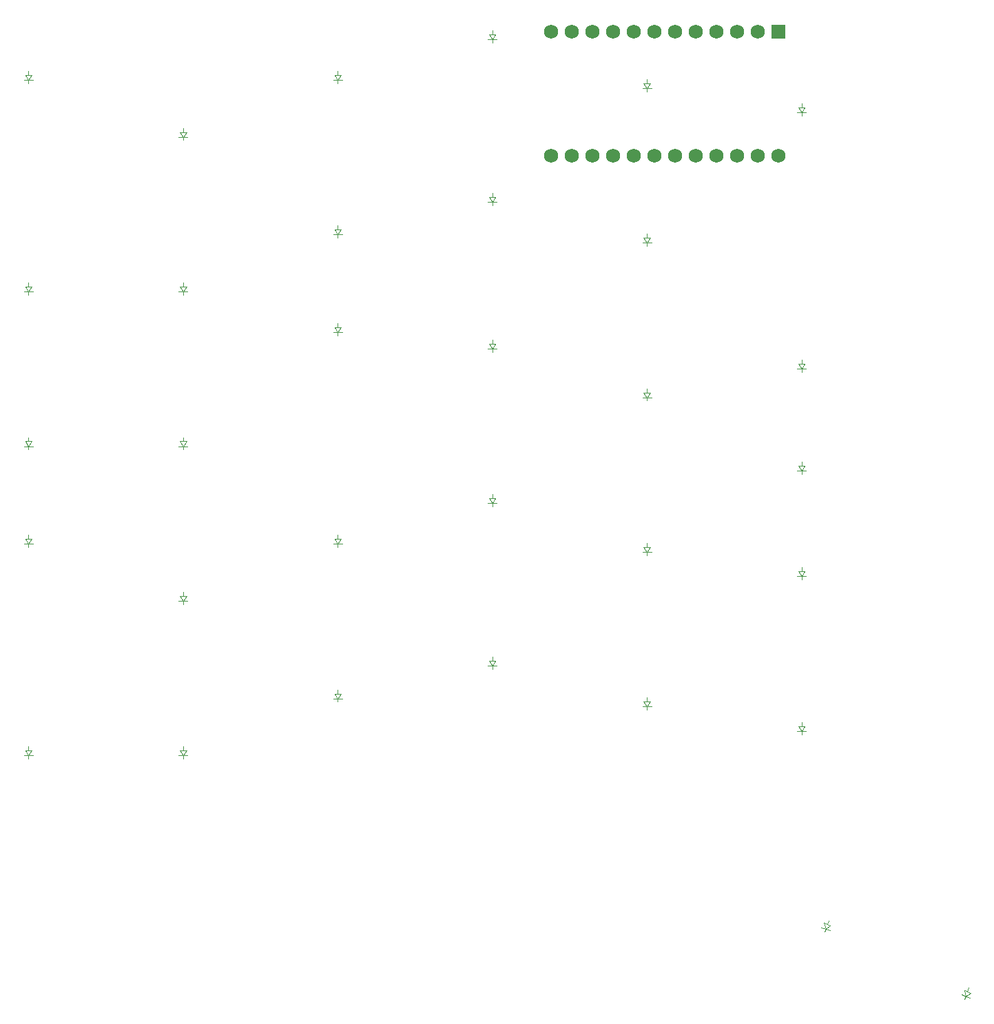
<source format=gbo>
%TF.GenerationSoftware,KiCad,Pcbnew,9.0.6*%
%TF.CreationDate,2025-11-12T16:56:55+01:00*%
%TF.ProjectId,left_finished,6c656674-5f66-4696-9e69-736865642e6b,1*%
%TF.SameCoordinates,Original*%
%TF.FileFunction,Legend,Bot*%
%TF.FilePolarity,Positive*%
%FSLAX46Y46*%
G04 Gerber Fmt 4.6, Leading zero omitted, Abs format (unit mm)*
G04 Created by KiCad (PCBNEW 9.0.6) date 2025-11-12 16:56:55*
%MOMM*%
%LPD*%
G01*
G04 APERTURE LIST*
%ADD10C,0.100000*%
%ADD11R,1.752600X1.752600*%
%ADD12C,1.752600*%
G04 APERTURE END LIST*
D10*
%TO.C,D18*%
X242012050Y-143382250D02*
X242812050Y-143382250D01*
X242412050Y-143382250D02*
X242412050Y-142882250D01*
X242412050Y-143982250D02*
X241862050Y-143982250D01*
X242412050Y-143982250D02*
X242012050Y-143382250D01*
X242412050Y-143982250D02*
X242962050Y-143982250D01*
X242412050Y-144382250D02*
X242412050Y-143982250D01*
X242812050Y-143382250D02*
X242412050Y-143982250D01*
%TO.C,D1*%
X166012050Y-187382250D02*
X166812050Y-187382250D01*
X166412050Y-187382250D02*
X166412050Y-186882250D01*
X166412050Y-187982250D02*
X165862050Y-187982250D01*
X166412050Y-187982250D02*
X166012050Y-187382250D01*
X166412050Y-187982250D02*
X166962050Y-187982250D01*
X166412050Y-188382250D02*
X166412050Y-187982250D01*
X166812050Y-187382250D02*
X166412050Y-187982250D01*
%TO.C,D11*%
X204012050Y-123382250D02*
X204812050Y-123382250D01*
X204412050Y-123382250D02*
X204412050Y-122882250D01*
X204412050Y-123982250D02*
X203862050Y-123982250D01*
X204412050Y-123982250D02*
X204012050Y-123382250D01*
X204412050Y-123982250D02*
X204962050Y-123982250D01*
X204412050Y-124382250D02*
X204412050Y-123982250D01*
X204812050Y-123382250D02*
X204412050Y-123982250D01*
%TO.C,D24*%
X261012050Y-139882250D02*
X261812050Y-139882250D01*
X261412050Y-139882250D02*
X261412050Y-139382250D01*
X261412050Y-140482250D02*
X260862050Y-140482250D01*
X261412050Y-140482250D02*
X261012050Y-139882250D01*
X261412050Y-140482250D02*
X261962050Y-140482250D01*
X261412050Y-140882250D02*
X261412050Y-140482250D01*
X261812050Y-139882250D02*
X261412050Y-140482250D01*
%TO.C,D16*%
X242012050Y-181382250D02*
X242812050Y-181382250D01*
X242412050Y-181382250D02*
X242412050Y-180882250D01*
X242412050Y-181982250D02*
X241862050Y-181982250D01*
X242412050Y-181982250D02*
X242012050Y-181382250D01*
X242412050Y-181982250D02*
X242962050Y-181982250D01*
X242412050Y-182382250D02*
X242412050Y-181982250D01*
X242812050Y-181382250D02*
X242412050Y-181982250D01*
%TO.C,D25*%
X261012050Y-152382250D02*
X261812050Y-152382250D01*
X261412050Y-152382250D02*
X261412050Y-151882250D01*
X261412050Y-152982250D02*
X260862050Y-152982250D01*
X261412050Y-152982250D02*
X261012050Y-152382250D01*
X261412050Y-152982250D02*
X261962050Y-152982250D01*
X261412050Y-153382250D02*
X261412050Y-152982250D01*
X261812050Y-152382250D02*
X261412050Y-152982250D01*
%TO.C,D6*%
X185012050Y-149382250D02*
X185812050Y-149382250D01*
X185412050Y-149382250D02*
X185412050Y-148882250D01*
X185412050Y-149982250D02*
X184862050Y-149982250D01*
X185412050Y-149982250D02*
X185012050Y-149382250D01*
X185412050Y-149982250D02*
X185962050Y-149982250D01*
X185412050Y-150382250D02*
X185412050Y-149982250D01*
X185812050Y-149382250D02*
X185412050Y-149982250D01*
%TO.C,D14*%
X223012050Y-137382250D02*
X223812050Y-137382250D01*
X223412050Y-137382250D02*
X223412050Y-136882250D01*
X223412050Y-137982250D02*
X222862050Y-137982250D01*
X223412050Y-137982250D02*
X223012050Y-137382250D01*
X223412050Y-137982250D02*
X223962050Y-137982250D01*
X223412050Y-138382250D02*
X223412050Y-137982250D01*
X223812050Y-137382250D02*
X223412050Y-137982250D01*
%TO.C,D13*%
X223012050Y-156382250D02*
X223812050Y-156382250D01*
X223412050Y-156382250D02*
X223412050Y-155882250D01*
X223412050Y-156982250D02*
X222862050Y-156982250D01*
X223412050Y-156982250D02*
X223012050Y-156382250D01*
X223412050Y-156982250D02*
X223962050Y-156982250D01*
X223412050Y-157382250D02*
X223412050Y-156982250D01*
X223812050Y-156382250D02*
X223412050Y-156982250D01*
%TO.C,D3*%
X166012050Y-130382250D02*
X166812050Y-130382250D01*
X166412050Y-130382250D02*
X166412050Y-129882250D01*
X166412050Y-130982250D02*
X165862050Y-130982250D01*
X166412050Y-130982250D02*
X166012050Y-130382250D01*
X166412050Y-130982250D02*
X166962050Y-130982250D01*
X166412050Y-131382250D02*
X166412050Y-130982250D01*
X166812050Y-130382250D02*
X166412050Y-130982250D01*
%TO.C,D20*%
X242012050Y-105382250D02*
X242812050Y-105382250D01*
X242412050Y-105382250D02*
X242412050Y-104882250D01*
X242412050Y-105982250D02*
X241862050Y-105982250D01*
X242412050Y-105982250D02*
X242012050Y-105382250D01*
X242412050Y-105982250D02*
X242962050Y-105982250D01*
X242412050Y-106382250D02*
X242412050Y-105982250D01*
X242812050Y-105382250D02*
X242412050Y-105982250D01*
%TO.C,D28*%
X204012050Y-135382250D02*
X204812050Y-135382250D01*
X204412050Y-135382250D02*
X204412050Y-134882250D01*
X204412050Y-135982250D02*
X203862050Y-135982250D01*
X204412050Y-135982250D02*
X204012050Y-135382250D01*
X204412050Y-135982250D02*
X204962050Y-135982250D01*
X204412050Y-136382250D02*
X204412050Y-135982250D01*
X204812050Y-135382250D02*
X204412050Y-135982250D01*
%TO.C,D10*%
X204012050Y-161382250D02*
X204812050Y-161382250D01*
X204412050Y-161382250D02*
X204412050Y-160882250D01*
X204412050Y-161982250D02*
X203862050Y-161982250D01*
X204412050Y-161982250D02*
X204012050Y-161382250D01*
X204412050Y-161982250D02*
X204962050Y-161982250D01*
X204412050Y-162382250D02*
X204412050Y-161982250D01*
X204812050Y-161382250D02*
X204412050Y-161982250D01*
%TO.C,D8*%
X185012050Y-111382250D02*
X185812050Y-111382250D01*
X185412050Y-111382250D02*
X185412050Y-110882250D01*
X185412050Y-111982250D02*
X184862050Y-111982250D01*
X185412050Y-111982250D02*
X185012050Y-111382250D01*
X185412050Y-111982250D02*
X185962050Y-111982250D01*
X185412050Y-112382250D02*
X185412050Y-111982250D01*
X185812050Y-111382250D02*
X185412050Y-111982250D01*
%TO.C,D31*%
X264204210Y-208567200D02*
X264955964Y-208840816D01*
X264238067Y-209643700D02*
X264374875Y-209267823D01*
X264374875Y-209267823D02*
X263858044Y-209079712D01*
X264374875Y-209267823D02*
X264204210Y-208567200D01*
X264374875Y-209267823D02*
X264891706Y-209455934D01*
X264580087Y-208704008D02*
X264751097Y-208234162D01*
X264955964Y-208840816D02*
X264374875Y-209267823D01*
%TO.C,D23*%
X261012050Y-108382250D02*
X261812050Y-108382250D01*
X261412050Y-108382250D02*
X261412050Y-107882250D01*
X261412050Y-108982250D02*
X260862050Y-108982250D01*
X261412050Y-108982250D02*
X261012050Y-108382250D01*
X261412050Y-108982250D02*
X261962050Y-108982250D01*
X261412050Y-109382250D02*
X261412050Y-108982250D01*
X261812050Y-108382250D02*
X261412050Y-108982250D01*
%TO.C,D30*%
X223012050Y-119382250D02*
X223812050Y-119382250D01*
X223412050Y-119382250D02*
X223412050Y-118882250D01*
X223412050Y-119982250D02*
X222862050Y-119982250D01*
X223412050Y-119982250D02*
X223012050Y-119382250D01*
X223412050Y-119982250D02*
X223962050Y-119982250D01*
X223412050Y-120382250D02*
X223412050Y-119982250D01*
X223812050Y-119382250D02*
X223412050Y-119982250D01*
%TO.C,D32*%
X281408531Y-216850999D02*
X282160285Y-217124615D01*
X281442388Y-217927499D02*
X281579196Y-217551622D01*
X281579196Y-217551622D02*
X281062365Y-217363511D01*
X281579196Y-217551622D02*
X281408531Y-216850999D01*
X281579196Y-217551622D02*
X282096027Y-217739733D01*
X281784408Y-216987807D02*
X281955418Y-216517961D01*
X282160285Y-217124615D02*
X281579196Y-217551622D01*
%TO.C,D7*%
X185012050Y-130382250D02*
X185812050Y-130382250D01*
X185412050Y-130382250D02*
X185412050Y-129882250D01*
X185412050Y-130982250D02*
X184862050Y-130982250D01*
X185412050Y-130982250D02*
X185012050Y-130382250D01*
X185412050Y-130982250D02*
X185962050Y-130982250D01*
X185412050Y-131382250D02*
X185412050Y-130982250D01*
X185812050Y-130382250D02*
X185412050Y-130982250D01*
%TO.C,D21*%
X261012050Y-184382250D02*
X261812050Y-184382250D01*
X261412050Y-184382250D02*
X261412050Y-183882250D01*
X261412050Y-184982250D02*
X260862050Y-184982250D01*
X261412050Y-184982250D02*
X261012050Y-184382250D01*
X261412050Y-184982250D02*
X261962050Y-184982250D01*
X261412050Y-185382250D02*
X261412050Y-184982250D01*
X261812050Y-184382250D02*
X261412050Y-184982250D01*
%TO.C,D27*%
X166012050Y-104382250D02*
X166812050Y-104382250D01*
X166412050Y-104382250D02*
X166412050Y-103882250D01*
X166412050Y-104982250D02*
X165862050Y-104982250D01*
X166412050Y-104982250D02*
X166012050Y-104382250D01*
X166412050Y-104982250D02*
X166962050Y-104982250D01*
X166412050Y-105382250D02*
X166412050Y-104982250D01*
X166812050Y-104382250D02*
X166412050Y-104982250D01*
%TO.C,D17*%
X242012050Y-162382250D02*
X242812050Y-162382250D01*
X242412050Y-162382250D02*
X242412050Y-161882250D01*
X242412050Y-162982250D02*
X241862050Y-162982250D01*
X242412050Y-162982250D02*
X242012050Y-162382250D01*
X242412050Y-162982250D02*
X242962050Y-162982250D01*
X242412050Y-163382250D02*
X242412050Y-162982250D01*
X242812050Y-162382250D02*
X242412050Y-162982250D01*
%TO.C,D22*%
X261012050Y-165382250D02*
X261812050Y-165382250D01*
X261412050Y-165382250D02*
X261412050Y-164882250D01*
X261412050Y-165982250D02*
X260862050Y-165982250D01*
X261412050Y-165982250D02*
X261012050Y-165382250D01*
X261412050Y-165982250D02*
X261962050Y-165982250D01*
X261412050Y-166382250D02*
X261412050Y-165982250D01*
X261812050Y-165382250D02*
X261412050Y-165982250D01*
%TO.C,D9*%
X204012050Y-180382250D02*
X204812050Y-180382250D01*
X204412050Y-180382250D02*
X204412050Y-179882250D01*
X204412050Y-180982250D02*
X203862050Y-180982250D01*
X204412050Y-180982250D02*
X204012050Y-180382250D01*
X204412050Y-180982250D02*
X204962050Y-180982250D01*
X204412050Y-181382250D02*
X204412050Y-180982250D01*
X204812050Y-180382250D02*
X204412050Y-180982250D01*
%TO.C,D29*%
X223012050Y-176382250D02*
X223812050Y-176382250D01*
X223412050Y-176382250D02*
X223412050Y-175882250D01*
X223412050Y-176982250D02*
X222862050Y-176982250D01*
X223412050Y-176982250D02*
X223012050Y-176382250D01*
X223412050Y-176982250D02*
X223962050Y-176982250D01*
X223412050Y-177382250D02*
X223412050Y-176982250D01*
X223812050Y-176382250D02*
X223412050Y-176982250D01*
%TO.C,D12*%
X204012050Y-104382250D02*
X204812050Y-104382250D01*
X204412050Y-104382250D02*
X204412050Y-103882250D01*
X204412050Y-104982250D02*
X203862050Y-104982250D01*
X204412050Y-104982250D02*
X204012050Y-104382250D01*
X204412050Y-104982250D02*
X204962050Y-104982250D01*
X204412050Y-105382250D02*
X204412050Y-104982250D01*
X204812050Y-104382250D02*
X204412050Y-104982250D01*
%TO.C,D19*%
X242012050Y-124382250D02*
X242812050Y-124382250D01*
X242412050Y-124382250D02*
X242412050Y-123882250D01*
X242412050Y-124982250D02*
X241862050Y-124982250D01*
X242412050Y-124982250D02*
X242012050Y-124382250D01*
X242412050Y-124982250D02*
X242962050Y-124982250D01*
X242412050Y-125382250D02*
X242412050Y-124982250D01*
X242812050Y-124382250D02*
X242412050Y-124982250D01*
%TO.C,D5*%
X185012050Y-168382250D02*
X185812050Y-168382250D01*
X185412050Y-168382250D02*
X185412050Y-167882250D01*
X185412050Y-168982250D02*
X184862050Y-168982250D01*
X185412050Y-168982250D02*
X185012050Y-168382250D01*
X185412050Y-168982250D02*
X185962050Y-168982250D01*
X185412050Y-169382250D02*
X185412050Y-168982250D01*
X185812050Y-168382250D02*
X185412050Y-168982250D01*
%TO.C,D26*%
X166012050Y-161382250D02*
X166812050Y-161382250D01*
X166412050Y-161382250D02*
X166412050Y-160882250D01*
X166412050Y-161982250D02*
X165862050Y-161982250D01*
X166412050Y-161982250D02*
X166012050Y-161382250D01*
X166412050Y-161982250D02*
X166962050Y-161982250D01*
X166412050Y-162382250D02*
X166412050Y-161982250D01*
X166812050Y-161382250D02*
X166412050Y-161982250D01*
%TO.C,D2*%
X166012050Y-149382250D02*
X166812050Y-149382250D01*
X166412050Y-149382250D02*
X166412050Y-148882250D01*
X166412050Y-149982250D02*
X165862050Y-149982250D01*
X166412050Y-149982250D02*
X166012050Y-149382250D01*
X166412050Y-149982250D02*
X166962050Y-149982250D01*
X166412050Y-150382250D02*
X166412050Y-149982250D01*
X166812050Y-149382250D02*
X166412050Y-149982250D01*
%TO.C,D15*%
X223012050Y-99382250D02*
X223812050Y-99382250D01*
X223412050Y-99382250D02*
X223412050Y-98882250D01*
X223412050Y-99982250D02*
X222862050Y-99982250D01*
X223412050Y-99982250D02*
X223012050Y-99382250D01*
X223412050Y-99982250D02*
X223962050Y-99982250D01*
X223412050Y-100382250D02*
X223412050Y-99982250D01*
X223812050Y-99382250D02*
X223412050Y-99982250D01*
%TO.C,D4*%
X185012050Y-187382250D02*
X185812050Y-187382250D01*
X185412050Y-187382250D02*
X185412050Y-186882250D01*
X185412050Y-187982250D02*
X184862050Y-187982250D01*
X185412050Y-187982250D02*
X185012050Y-187382250D01*
X185412050Y-187982250D02*
X185962050Y-187982250D01*
X185412050Y-188382250D02*
X185412050Y-187982250D01*
X185812050Y-187382250D02*
X185412050Y-187982250D01*
%TD*%
D11*
%TO.C,MCU1*%
X258582050Y-99012250D03*
D12*
X256042050Y-99012250D03*
X253502050Y-99012250D03*
X250962050Y-99012250D03*
X248422050Y-99012250D03*
X245882050Y-99012250D03*
X243342050Y-99012250D03*
X240802050Y-99012250D03*
X238262050Y-99012250D03*
X235722050Y-99012250D03*
X233182050Y-99012250D03*
X230642050Y-99012250D03*
X258582050Y-114252250D03*
X256042050Y-114252250D03*
X253502050Y-114252250D03*
X250962050Y-114252250D03*
X248422050Y-114252250D03*
X245882050Y-114252250D03*
X243342050Y-114252250D03*
X240802050Y-114252250D03*
X238262050Y-114252250D03*
X235722050Y-114252250D03*
X233182050Y-114252250D03*
X230642050Y-114252250D03*
%TD*%
M02*

</source>
